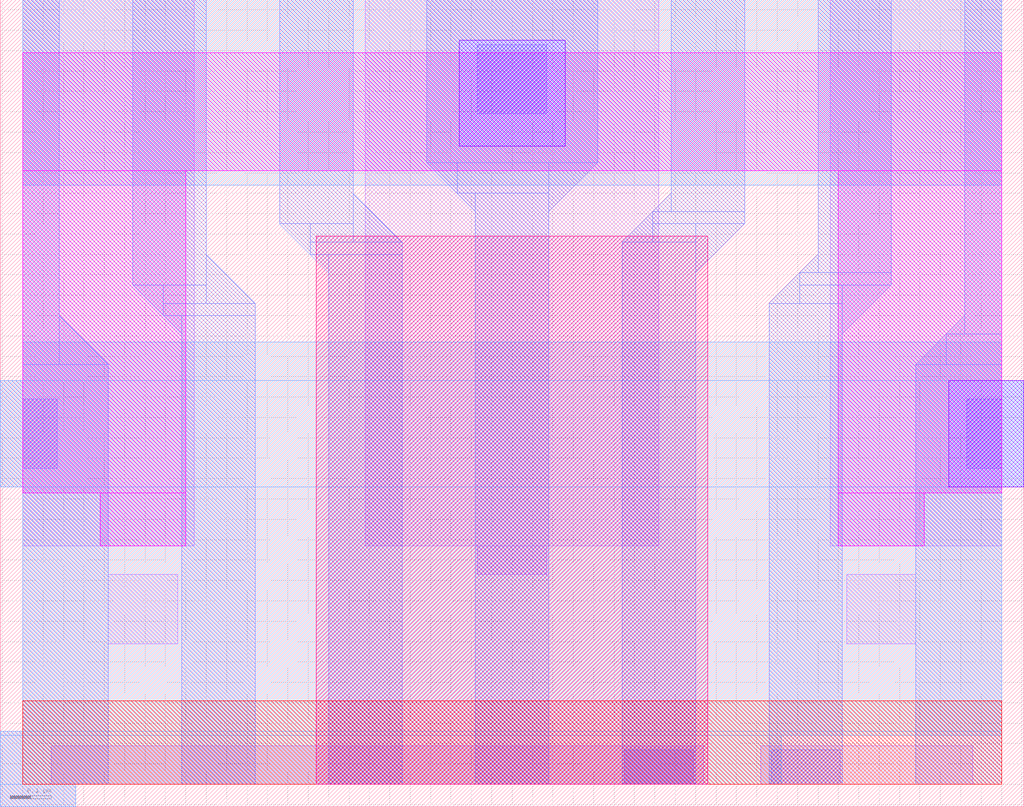
<source format=lef>
# Copyright 2020 The SkyWater PDK Authors
#
# Licensed under the Apache License, Version 2.0 (the "License");
# you may not use this file except in compliance with the License.
# You may obtain a copy of the License at
#
#     https://www.apache.org/licenses/LICENSE-2.0
#
# Unless required by applicable law or agreed to in writing, software
# distributed under the License is distributed on an "AS IS" BASIS,
# WITHOUT WARRANTIES OR CONDITIONS OF ANY KIND, either express or implied.
# See the License for the specific language governing permissions and
# limitations under the License.
#
# SPDX-License-Identifier: Apache-2.0

VERSION 5.7 ;
  NOWIREEXTENSIONATPIN ON ;
  DIVIDERCHAR "/" ;
  BUSBITCHARS "[]" ;
MACRO sky130_fd_bd_sram__sram_dp_colend_opt5a
  CLASS BLOCK ;
  FOREIGN sky130_fd_bd_sram__sram_dp_colend_opt5a ;
  ORIGIN  0.055000  0.055000 ;
  SIZE  2.510000 BY  1.980000 ;
  OBS
    LAYER li1 ;
      RECT 0.000000 0.585000 0.420000 1.925000 ;
      RECT 0.070000 0.000000 1.670000 0.095000 ;
      RECT 0.210000 0.345000 0.380000 0.515000 ;
      RECT 0.840000 0.585000 1.560000 1.925000 ;
      RECT 1.115000 0.515000 1.285000 0.585000 ;
      RECT 1.810000 0.000000 2.330000 0.095000 ;
      RECT 1.980000 0.585000 2.400000 1.925000 ;
      RECT 2.020000 0.345000 2.190000 0.515000 ;
    LAYER mcon ;
      RECT 0.000000 0.775000 0.085000 0.945000 ;
      RECT 1.115000 1.645000 1.285000 1.815000 ;
      RECT 1.475000 0.000000 1.645000 0.085000 ;
      RECT 1.835000 0.000000 2.005000 0.085000 ;
      RECT 2.315000 0.775000 2.400000 0.945000 ;
    LAYER met1 ;
      POLYGON  0.090000  1.150000 0.210000 1.030000 0.090000 1.030000 ;
      POLYGON  0.270000  1.225000 0.345000 1.225000 0.345000 1.150000 ;
      POLYGON  0.345000  1.150000 0.390000 1.150000 0.390000 1.105000 ;
      POLYGON  0.450000  1.300000 0.570000 1.180000 0.450000 1.180000 ;
      POLYGON  0.630000  1.375000 0.705000 1.375000 0.705000 1.300000 ;
      POLYGON  0.705000  1.300000 0.750000 1.300000 0.750000 1.255000 ;
      POLYGON  0.810000  1.450000 0.930000 1.330000 0.810000 1.330000 ;
      POLYGON  0.990000  1.525000 1.065000 1.525000 1.065000 1.450000 ;
      POLYGON  1.065000  1.450000 1.110000 1.450000 1.110000 1.405000 ;
      POLYGON  1.290000  1.525000 1.410000 1.525000 1.290000 1.405000 ;
      POLYGON  1.545000  1.405000 1.545000 1.330000 1.470000 1.330000 ;
      POLYGON  1.590000  1.450000 1.590000 1.405000 1.545000 1.405000 ;
      POLYGON  1.650000  1.375000 1.770000 1.375000 1.650000 1.255000 ;
      POLYGON  1.905000  1.255000 1.905000 1.180000 1.830000 1.180000 ;
      POLYGON  1.950000  1.300000 1.950000 1.255000 1.905000 1.255000 ;
      POLYGON  2.010000  1.225000 2.130000 1.225000 2.010000 1.105000 ;
      POLYGON  2.265000  1.105000 2.265000 1.030000 2.190000 1.030000 ;
      POLYGON  2.310000  1.150000 2.310000 1.105000 2.265000 1.105000 ;
      RECT -0.055000 -0.055000 0.130000 0.000000 ;
      RECT -0.055000  0.000000 0.210000 0.130000 ;
      RECT -0.055000  0.730000 0.210000 0.990000 ;
      RECT  0.000000  0.130000 0.210000 0.730000 ;
      RECT  0.000000  0.990000 0.210000 1.030000 ;
      RECT  0.000000  1.030000 0.090000 1.925000 ;
      RECT  0.270000  1.225000 0.450000 1.925000 ;
      RECT  0.345000  1.150000 0.570000 1.180000 ;
      RECT  0.345000  1.180000 0.450000 1.225000 ;
      RECT  0.390000  0.000000 0.570000 1.150000 ;
      RECT  0.630000  1.375000 0.810000 1.925000 ;
      RECT  0.705000  1.300000 0.930000 1.330000 ;
      RECT  0.705000  1.330000 0.810000 1.375000 ;
      RECT  0.750000  0.000000 0.930000 1.300000 ;
      RECT  0.990000  1.525000 1.410000 1.925000 ;
      RECT  1.065000  1.450000 1.290000 1.525000 ;
      RECT  1.110000  0.000000 1.290000 1.450000 ;
      RECT  1.470000  0.000000 1.650000 1.330000 ;
      RECT  1.545000  1.330000 1.650000 1.375000 ;
      RECT  1.545000  1.375000 1.770000 1.405000 ;
      RECT  1.590000  1.405000 1.770000 1.925000 ;
      RECT  1.830000  0.000000 2.010000 1.180000 ;
      RECT  1.905000  1.180000 2.010000 1.225000 ;
      RECT  1.905000  1.225000 2.130000 1.255000 ;
      RECT  1.950000  1.255000 2.130000 1.925000 ;
      RECT  2.190000  0.000000 2.400000 0.730000 ;
      RECT  2.190000  0.730000 2.455000 0.990000 ;
      RECT  2.190000  0.990000 2.400000 1.030000 ;
      RECT  2.265000  1.030000 2.400000 1.105000 ;
      RECT  2.310000  1.105000 2.400000 1.925000 ;
    LAYER met2 ;
      RECT -0.055000 -0.055000 0.130000 0.000000 ;
      RECT -0.055000  0.000000 1.860000 0.120000 ;
      RECT -0.055000  0.120000 2.400000 0.130000 ;
      RECT -0.055000  0.730000 2.455000 0.990000 ;
      RECT  0.000000  0.130000 2.400000 0.730000 ;
      RECT  0.000000  0.990000 2.400000 1.085000 ;
      RECT  0.000000  1.470000 2.400000 1.925000 ;
    LAYER met3 ;
      RECT 0.000000 0.000000 2.400000 0.205000 ;
    LAYER nwell ;
      RECT 0.720000 0.000000 1.680000 1.345000 ;
    LAYER pwell ;
      RECT 0.000000 0.715000 0.400000 1.505000 ;
      RECT 0.000000 1.505000 2.400000 1.795000 ;
      RECT 0.190000 0.585000 0.400000 0.715000 ;
    LAYER pwell ;
      RECT 2.000000 0.585000 2.210000 0.715000 ;
      RECT 2.000000 0.715000 2.400000 1.505000 ;
    LAYER via ;
      RECT 1.070000 1.565000 1.330000 1.825000 ;
      RECT 2.270000 0.730000 2.455000 0.990000 ;
  END
END sky130_fd_bd_sram__sram_dp_colend_opt5a
END LIBRARY

</source>
